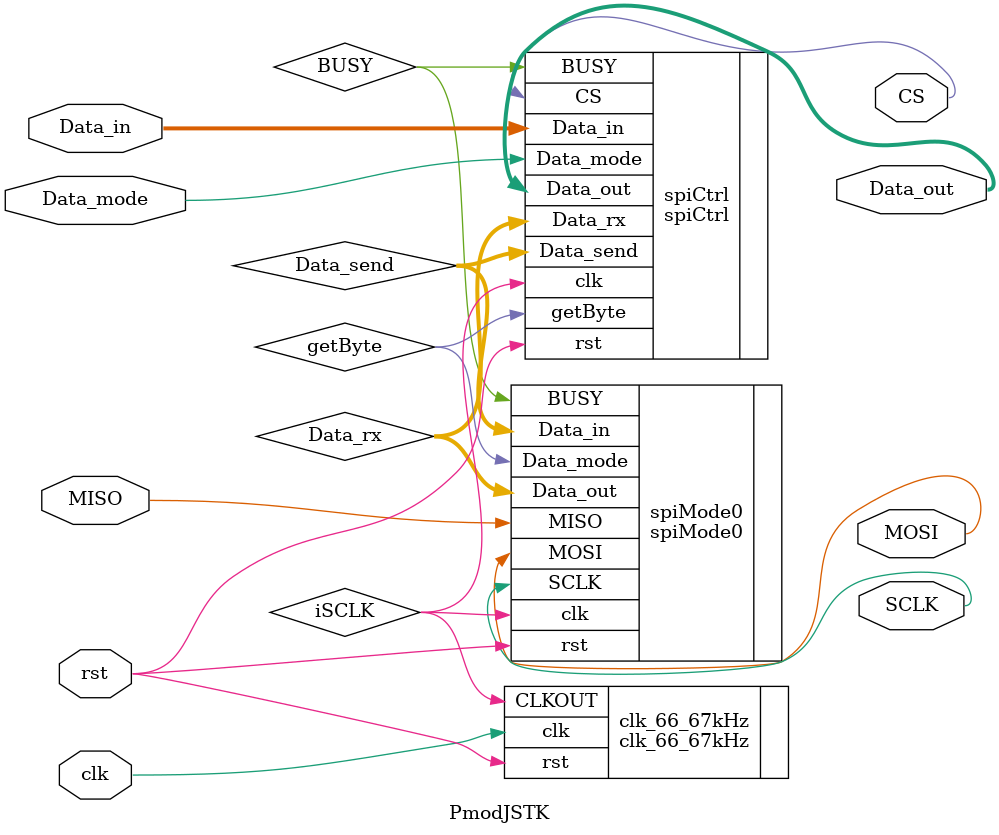
<source format=v>
`timescale 1ns / 1ps

module PmodJSTK(
    input wire clk,
	input wire rst,
	input wire Data_mode,
	input wire [7:0] Data_in,
	input wire MISO,
	
	output wire CS,
	output wire	SCLK,
	output wire	MOSI,
	output wire [39:0]	Data_out
    );

	wire getByte;							// Inicjuje transfer bajtów danych w spiMode0
	wire [7:0] Data_send;					// Dane wysy³ane do Slave
	wire [7:0] Data_rx;						// dane z spiMode0
	wire BUSY;								// Wymiana z spiMode0 do spiCtrl
			
	// 66.67kHz
	wire iSCLK;
	
	spiCtrl spiCtrl(
	    .clk(iSCLK),
		.rst(rst),
		.Data_mode(Data_mode),
		.BUSY(BUSY),
		.Data_in(Data_in),
		.Data_rx(Data_rx),
		.CS(CS),
		.getByte(getByte),
		.Data_send(Data_send),
		.Data_out(Data_out)
	);

	spiMode0 spiMode0(
		.clk(iSCLK),
		.rst(rst),
		.Data_mode(getByte),
		.Data_in(Data_send),
		.MISO(MISO),
		.MOSI(MOSI),
		.SCLK(SCLK),
		.BUSY(BUSY),
		.Data_out(Data_rx)
	);

	clk_66_67kHz clk_66_67kHz(
		.clk(clk),
		.rst(rst),
		.CLKOUT(iSCLK)
	);

endmodule

</source>
